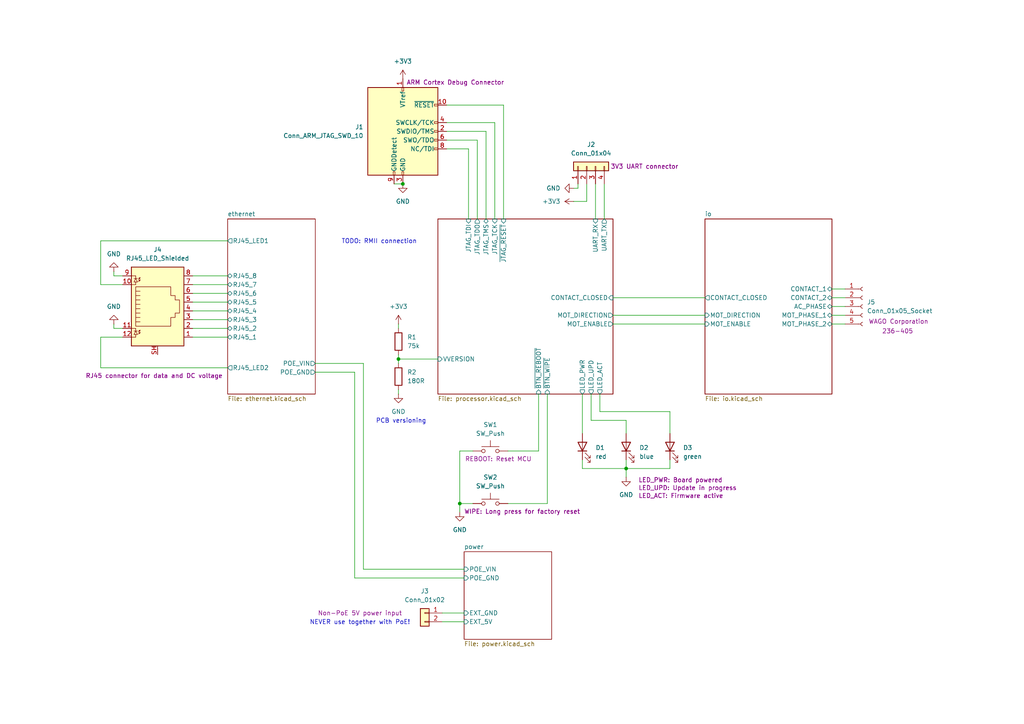
<source format=kicad_sch>
(kicad_sch (version 20250114) (generator "eeschema") (generator_version "9.0")
  (paper "A4")
  (title_block (title "iot-contact"))
  (lib_symbols
    (symbol "Connector:Conn_01x05_Socket" (pin_names (offset 1.016) (hide yes))
      (property "Reference" "J" (at 0 7.62 0))
      (property "Value" "Conn_01x05_Socket" (at 0 -7.62 0))
      (symbol "Conn_01x05_Socket_1_1"
        (polyline (pts (xy -1.27 5.08) (xy -0.508 5.08)) (stroke (width 0.1524)))
        (polyline (pts (xy -1.27 2.54) (xy -0.508 2.54)) (stroke (width 0.1524)))
        (polyline (pts (xy -1.27 0) (xy -0.508 0)) (stroke (width 0.1524)))
        (polyline (pts (xy -1.27 -2.54) (xy -0.508 -2.54)) (stroke (width 0.1524)))
        (polyline (pts (xy -1.27 -5.08) (xy -0.508 -5.08)) (stroke (width 0.1524)))
        (arc (start 0 4.572) (mid -0.5058 5.08) (end 0 5.588) (stroke (width 0.1524)))
        (arc (start 0 2.032) (mid -0.5058 2.54) (end 0 3.048) (stroke (width 0.1524)))
        (arc (start 0 -0.508) (mid -0.5058 0) (end 0 0.508) (stroke (width 0.1524)))
        (arc (start 0 -3.048) (mid -0.5058 -2.54) (end 0 -2.032) (stroke (width 0.1524)))
        (arc (start 0 -5.588) (mid -0.5058 -5.08) (end 0 -4.572) (stroke (width 0.1524)))
        (pin passive line (at -5.08 5.08 0) (length 3.81) (name "Pin_1") (number "1"))
        (pin passive line (at -5.08 2.54 0) (length 3.81) (name "Pin_2") (number "2"))
        (pin passive line (at -5.08 0 0) (length 3.81) (name "Pin_3") (number "3"))
        (pin passive line (at -5.08 -2.54 0) (length 3.81) (name "Pin_4") (number "4"))
        (pin passive line (at -5.08 -5.08 0) (length 3.81) (name "Pin_5") (number "5"))
      )
    )
    (symbol "Connector:Conn_ARM_JTAG_SWD_10" (pin_names (offset 1.016))
      (property "Reference" "J" (at -2.54 16.51 0))
      (property "Value" "Conn_ARM_JTAG_SWD_10" (at -2.54 13.97 0))
      (symbol "Conn_ARM_JTAG_SWD_10_0_1"
        (rectangle (start -10.16 12.7) (end 10.16 -12.7) (stroke (width 0.254)) (fill (type background)))
        (rectangle (start -2.794 -12.7) (end -2.286 -11.684))
        (rectangle (start -0.254 12.7) (end 0.254 11.684))
        (rectangle (start -0.254 -12.7) (end 0.254 -11.684))
        (rectangle (start 9.144 2.286) (end 10.16 2.794))
        (rectangle (start 10.16 7.874) (end 9.144 7.366))
        (rectangle (start 10.16 -0.254) (end 9.144 0.254))
        (rectangle (start 10.16 -2.794) (end 9.144 -2.286))
      )
      (symbol "Conn_ARM_JTAG_SWD_10_1_1"
        (rectangle (start 9.144 -5.334) (end 10.16 -4.826))
        (pin no_connect line (at -10.16 0 0) (length 2.54) (hide yes) (name "KEY") (number "7"))
        (pin passive line (at -2.54 -15.24 90) (length 2.54) (name "GNDDetect") (number "9"))
        (pin power_in line (at 0 15.24 270) (length 2.54) (name "VTref") (number "1"))
        (pin power_in line (at 0 -15.24 90) (length 2.54) (name "GND") (number "3"))
        (pin passive line (at 0 -15.24 90) (length 2.54) (hide yes) (name "GND") (number "5"))
        (pin open_collector line (at 12.7 7.62 180) (length 2.54) (name "~{RESET}") (number "10"))
        (pin output line (at 12.7 2.54 180) (length 2.54) (name "SWCLK/TCK") (number "4"))
        (pin bidirectional line (at 12.7 0 180) (length 2.54) (name "SWDIO/TMS") (number "2"))
        (pin input line (at 12.7 -2.54 180) (length 2.54) (name "SWO/TDO") (number "6"))
        (pin output line (at 12.7 -5.08 180) (length 2.54) (name "NC/TDI") (number "8"))
      )
    )
    (symbol "Connector:RJ45_LED_Shielded" (pin_names (offset 1.016))
      (property "Reference" "J" (at -5.08 13.97 0))
      (property "Value" "RJ45_LED_Shielded" (at 1.27 13.97 0))
      (symbol "RJ45_LED_Shielded_0_1"
        (polyline (pts (xy -7.62 10.16) (xy -6.35 10.16)))
        (polyline (pts (xy -7.62 7.62) (xy -6.35 7.62)))
        (polyline (pts (xy -7.62 -5.08) (xy -6.35 -5.08)))
        (polyline (pts (xy -7.62 -7.62) (xy -6.35 -7.62)))
        (polyline (pts (xy -6.858 9.398) (xy -5.842 9.398)))
        (polyline (pts (xy -6.858 -5.842) (xy -5.842 -5.842)))
        (polyline (pts (xy -6.35 10.16) (xy -6.35 9.398)))
        (polyline (pts (xy -6.35 9.398) (xy -6.858 8.382) (xy -5.842 8.382) (xy -6.35 9.398)))
        (polyline (pts (xy -6.35 7.62) (xy -6.35 8.382)))
        (polyline (pts (xy -6.35 1.905) (xy -5.08 1.905) (xy -5.08 1.905)))
        (polyline (pts (xy -6.35 0.635) (xy -5.08 0.635) (xy -5.08 0.635)))
        (polyline (pts (xy -6.35 -0.635) (xy -5.08 -0.635) (xy -5.08 -0.635)))
        (polyline (pts (xy -6.35 -1.905) (xy -5.08 -1.905) (xy -5.08 -1.905)))
        (polyline (pts (xy -6.35 -3.175) (xy -5.08 -3.175) (xy -5.08 -3.175)))
        (polyline (pts (xy -6.35 -4.445) (xy -6.35 6.985) (xy 3.81 6.985) (xy 3.81 4.445) (xy 5.08 4.445) (xy 5.08 3.175) (xy 6.35 3.175) (xy 6.35 -0.635) (xy 5.08 -0.635) (xy 5.08 -1.905) (xy 3.81 -1.905) (xy 3.81 -4.445) (xy -6.35 -4.445) (xy -6.35 -4.445)))
        (polyline (pts (xy -6.35 -5.08) (xy -6.35 -5.842)))
        (polyline (pts (xy -6.35 -5.842) (xy -6.858 -6.858) (xy -5.842 -6.858) (xy -6.35 -5.842)))
        (polyline (pts (xy -6.35 -7.62) (xy -6.35 -6.858)))
        (polyline (pts (xy -5.588 9.144) (xy -5.08 9.652) (xy -5.461 9.525)))
        (polyline (pts (xy -5.588 8.509) (xy -5.08 9.017) (xy -5.461 8.89)))
        (polyline (pts (xy -5.588 -6.096) (xy -5.08 -5.588) (xy -5.461 -5.715)))
        (polyline (pts (xy -5.588 -6.731) (xy -5.08 -6.223) (xy -5.461 -6.35)))
        (polyline (pts (xy -5.08 9.652) (xy -5.207 9.271)))
        (polyline (pts (xy -5.08 9.017) (xy -5.207 8.636)))
        (polyline (pts (xy -5.08 5.715) (xy -6.35 5.715)))
        (polyline (pts (xy -5.08 4.445) (xy -6.35 4.445)))
        (polyline (pts (xy -5.08 3.175) (xy -6.35 3.175) (xy -6.35 3.175)))
        (polyline (pts (xy -5.08 -5.588) (xy -5.207 -5.969)))
        (polyline (pts (xy -5.08 -6.223) (xy -5.207 -6.604)))
        (rectangle (start 7.62 12.7) (end -7.62 -10.16) (stroke (width 0.254)) (fill (type background)))
      )
      (symbol "RJ45_LED_Shielded_1_1"
        (pin passive line (at -10.16 10.16 0) (length 2.54) (name "~") (number "9"))
        (pin passive line (at -10.16 7.62 0) (length 2.54) (name "~") (number "10"))
        (pin passive line (at -10.16 -5.08 0) (length 2.54) (name "~") (number "11"))
        (pin passive line (at -10.16 -7.62 0) (length 2.54) (name "~") (number "12"))
        (pin passive line (at 0 -12.7 90) (length 2.54) (name "~") (number "SH"))
        (pin passive line (at 10.16 10.16 180) (length 2.54) (name "~") (number "8"))
        (pin passive line (at 10.16 7.62 180) (length 2.54) (name "~") (number "7"))
        (pin passive line (at 10.16 5.08 180) (length 2.54) (name "~") (number "6"))
        (pin passive line (at 10.16 2.54 180) (length 2.54) (name "~") (number "5"))
        (pin passive line (at 10.16 0 180) (length 2.54) (name "~") (number "4"))
        (pin passive line (at 10.16 -2.54 180) (length 2.54) (name "~") (number "3"))
        (pin passive line (at 10.16 -5.08 180) (length 2.54) (name "~") (number "2"))
        (pin passive line (at 10.16 -7.62 180) (length 2.54) (name "~") (number "1"))
      )
    )
    (symbol "Connector_Generic:Conn_01x02" (pin_names (offset 1.016) (hide yes))
      (property "Reference" "J" (at 0 2.54 0))
      (property "Value" "Conn_01x02" (at 0 -5.08 0))
      (symbol "Conn_01x02_1_1"
        (rectangle (start -1.27 1.27) (end 1.27 -3.81) (stroke (width 0.254)) (fill (type background)))
        (rectangle (start -1.27 0.127) (end 0 -0.127) (stroke (width 0.1524)))
        (rectangle (start -1.27 -2.413) (end 0 -2.667) (stroke (width 0.1524)))
        (pin passive line (at -5.08 0 0) (length 3.81) (name "Pin_1") (number "1"))
        (pin passive line (at -5.08 -2.54 0) (length 3.81) (name "Pin_2") (number "2"))
      )
    )
    (symbol "Connector_Generic:Conn_01x04" (pin_names (offset 1.016) (hide yes))
      (property "Reference" "J" (at 0 5.08 0))
      (property "Value" "Conn_01x04" (at 0 -7.62 0))
      (symbol "Conn_01x04_1_1"
        (rectangle (start -1.27 3.81) (end 1.27 -6.35) (stroke (width 0.254)) (fill (type background)))
        (rectangle (start -1.27 2.667) (end 0 2.413) (stroke (width 0.1524)))
        (rectangle (start -1.27 0.127) (end 0 -0.127) (stroke (width 0.1524)))
        (rectangle (start -1.27 -2.413) (end 0 -2.667) (stroke (width 0.1524)))
        (rectangle (start -1.27 -4.953) (end 0 -5.207) (stroke (width 0.1524)))
        (pin passive line (at -5.08 2.54 0) (length 3.81) (name "Pin_1") (number "1"))
        (pin passive line (at -5.08 0 0) (length 3.81) (name "Pin_2") (number "2"))
        (pin passive line (at -5.08 -2.54 0) (length 3.81) (name "Pin_3") (number "3"))
        (pin passive line (at -5.08 -5.08 0) (length 3.81) (name "Pin_4") (number "4"))
      )
    )
    (symbol "Device:LED" (pin_numbers (hide yes)) (pin_names (offset 1.016) (hide yes))
      (property "Reference" "D" (at 0 2.54 0))
      (property "Value" "LED" (at 0 -2.54 0))
      (symbol "LED_0_1"
        (polyline (pts (xy -3.048 -0.762) (xy -4.572 -2.286) (xy -3.81 -2.286) (xy -4.572 -2.286) (xy -4.572 -1.524)))
        (polyline (pts (xy -1.778 -0.762) (xy -3.302 -2.286) (xy -2.54 -2.286) (xy -3.302 -2.286) (xy -3.302 -1.524)))
        (polyline (pts (xy -1.27 0) (xy 1.27 0)))
        (polyline (pts (xy -1.27 -1.27) (xy -1.27 1.27)) (stroke (width 0.254)))
        (polyline (pts (xy 1.27 -1.27) (xy 1.27 1.27) (xy -1.27 0) (xy 1.27 -1.27)) (stroke (width 0.254)))
      )
      (symbol "LED_1_1"
        (pin passive line (at -3.81 0 0) (length 2.54) (name "K") (number "1"))
        (pin passive line (at 3.81 0 180) (length 2.54) (name "A") (number "2"))
      )
    )
    (symbol "Device:R" (pin_numbers (hide yes)) (pin_names (offset 0))
      (property "Reference" "R" (at 2.032 0 90))
      (property "Value" "R" (at 0 0 90))
      (symbol "R_0_1"
        (rectangle (start -1.016 -2.54) (end 1.016 2.54) (stroke (width 0.254)))
      )
      (symbol "R_1_1"
        (pin passive line (at 0 3.81 270) (length 1.27) (name "~") (number "1"))
        (pin passive line (at 0 -3.81 90) (length 1.27) (name "~") (number "2"))
      )
    )
    (symbol "Switch:SW_Push" (pin_numbers (hide yes)) (pin_names (offset 1.016) (hide yes))
      (property "Reference" "SW" (at 1.27 2.54 0))
      (property "Value" "SW_Push" (at 0 -1.524 0))
      (symbol "SW_Push_0_1"
        (circle (center -2.032 0) (radius 0.508))
        (polyline (pts (xy 0 1.27) (xy 0 3.048)))
        (circle (center 2.032 0) (radius 0.508))
        (polyline (pts (xy 2.54 1.27) (xy -2.54 1.27)))
        (pin passive line (at -5.08 0 0) (length 2.54) (name "1") (number "1"))
        (pin passive line (at 5.08 0 180) (length 2.54) (name "2") (number "2"))
      )
    )
    (symbol "power:+3V3" (power) (pin_numbers (hide yes)) (pin_names (offset 0) (hide yes))
      (property "Value" "+3V3" (at 0 3.556 0))
      (symbol "+3V3_0_1"
        (polyline (pts (xy -0.762 1.27) (xy 0 2.54)))
        (polyline (pts (xy 0 2.54) (xy 0.762 1.27)))
        (polyline (pts (xy 0 0) (xy 0 2.54)))
      )
      (symbol "+3V3_1_1"
        (pin power_in line (at 0 0 90) (length 0) (name "~") (number "1"))
      )
    )
    (symbol "power:GND" (power) (pin_numbers (hide yes)) (pin_names (offset 0) (hide yes))
      (property "Value" "GND" (at 0 -3.81 0))
      (symbol "GND_0_1"
        (polyline (pts (xy 0 0) (xy 0 -1.27) (xy 1.27 -1.27) (xy 0 -2.54) (xy -1.27 -1.27) (xy 0 -1.27)))
      )
      (symbol "GND_1_1"
        (pin power_in line (at 0 0 270) (length 0) (name "~") (number "1"))
      )
    )
  )
  (text "NEVER use together with PoE!" (at 104.394 180.594 0) (effects (font (size 1.27 1.27))))
  (text "PCB versioning" (at 116.332 122.174 0) (effects (font (size 1.27 1.27))))
  (text "TODO: RMII connection" (at 109.982 70.104 0) (effects (font (size 1.27 1.27))))
  (junction (at 181.61 135.89))
  (junction (at 133.35 146.05))
  (junction (at 115.57 104.14))
  (junction (at 116.84 53.34))
  (wire (pts (xy 181.61 135.89) (xy 181.61 138.43)))
  (wire (pts (xy 138.43 40.64) (xy 138.43 63.5)))
  (wire (pts (xy 241.3 93.98) (xy 245.11 93.98)))
  (wire (pts (xy 29.21 82.55) (xy 35.56 82.55)))
  (wire (pts (xy 181.61 133.35) (xy 181.61 135.89)))
  (wire (pts (xy 115.57 102.87) (xy 115.57 104.14)))
  (wire (pts (xy 55.88 80.01) (xy 66.04 80.01)))
  (wire (pts (xy 33.02 80.01) (xy 35.56 80.01)))
  (wire (pts (xy 105.41 165.1) (xy 134.62 165.1)))
  (wire (pts (xy 170.18 58.42) (xy 166.37 58.42)))
  (wire (pts (xy 102.87 107.95) (xy 102.87 167.64)))
  (wire (pts (xy 105.41 105.41) (xy 105.41 165.1)))
  (wire (pts (xy 129.54 35.56) (xy 143.51 35.56)))
  (wire (pts (xy 181.61 121.92) (xy 181.61 125.73)))
  (wire (pts (xy 177.8 86.36) (xy 204.47 86.36)))
  (wire (pts (xy 129.54 30.48) (xy 146.05 30.48)))
  (wire (pts (xy 146.05 30.48) (xy 146.05 63.5)))
  (wire (pts (xy 156.21 114.3) (xy 156.21 130.81)))
  (wire (pts (xy 133.35 130.81) (xy 133.35 146.05)))
  (wire (pts (xy 158.75 114.3) (xy 158.75 146.05)))
  (wire (pts (xy 55.88 85.09) (xy 66.04 85.09)))
  (wire (pts (xy 168.91 135.89) (xy 181.61 135.89)))
  (wire (pts (xy 33.02 93.98) (xy 33.02 95.25)))
  (wire (pts (xy 241.3 91.44) (xy 245.11 91.44)))
  (wire (pts (xy 114.3 53.34) (xy 116.84 53.34)))
  (wire (pts (xy 168.91 114.3) (xy 168.91 125.73)))
  (wire (pts (xy 173.99 114.3) (xy 173.99 119.38)))
  (wire (pts (xy 129.54 40.64) (xy 138.43 40.64)))
  (wire (pts (xy 137.16 146.05) (xy 133.35 146.05)))
  (wire (pts (xy 133.35 146.05) (xy 133.35 148.59)))
  (wire (pts (xy 166.37 54.61) (xy 167.64 54.61)))
  (wire (pts (xy 115.57 104.14) (xy 115.57 105.41)))
  (wire (pts (xy 241.3 83.82) (xy 245.11 83.82)))
  (wire (pts (xy 115.57 104.14) (xy 127 104.14)))
  (wire (pts (xy 115.57 113.03) (xy 115.57 114.3)))
  (wire (pts (xy 170.18 53.34) (xy 170.18 58.42)))
  (wire (pts (xy 241.3 86.36) (xy 245.11 86.36)))
  (wire (pts (xy 91.44 107.95) (xy 102.87 107.95)))
  (wire (pts (xy 129.54 43.18) (xy 135.89 43.18)))
  (wire (pts (xy 55.88 82.55) (xy 66.04 82.55)))
  (wire (pts (xy 241.3 88.9) (xy 245.11 88.9)))
  (wire (pts (xy 115.57 93.98) (xy 115.57 95.25)))
  (wire (pts (xy 55.88 97.79) (xy 66.04 97.79)))
  (wire (pts (xy 167.64 54.61) (xy 167.64 53.34)))
  (wire (pts (xy 140.97 38.1) (xy 140.97 63.5)))
  (wire (pts (xy 33.02 78.74) (xy 33.02 80.01)))
  (wire (pts (xy 173.99 119.38) (xy 194.31 119.38)))
  (wire (pts (xy 194.31 119.38) (xy 194.31 125.73)))
  (wire (pts (xy 194.31 133.35) (xy 194.31 135.89)))
  (wire (pts (xy 177.8 91.44) (xy 204.47 91.44)))
  (wire (pts (xy 194.31 135.89) (xy 181.61 135.89)))
  (wire (pts (xy 29.21 97.79) (xy 35.56 97.79)))
  (wire (pts (xy 168.91 133.35) (xy 168.91 135.89)))
  (wire (pts (xy 158.75 146.05) (xy 147.32 146.05)))
  (wire (pts (xy 143.51 35.56) (xy 143.51 63.5)))
  (wire (pts (xy 172.72 53.34) (xy 172.72 63.5)))
  (wire (pts (xy 171.45 114.3) (xy 171.45 121.92)))
  (wire (pts (xy 55.88 87.63) (xy 66.04 87.63)))
  (wire (pts (xy 129.54 38.1) (xy 140.97 38.1)))
  (wire (pts (xy 135.89 43.18) (xy 135.89 63.5)))
  (wire (pts (xy 171.45 121.92) (xy 181.61 121.92)))
  (wire (pts (xy 55.88 95.25) (xy 66.04 95.25)))
  (wire (pts (xy 128.27 177.8) (xy 134.62 177.8)))
  (wire (pts (xy 137.16 130.81) (xy 133.35 130.81)))
  (wire (pts (xy 128.27 180.34) (xy 134.62 180.34)))
  (wire (pts (xy 177.8 93.98) (xy 204.47 93.98)))
  (wire (pts (xy 175.26 53.34) (xy 175.26 63.5)))
  (wire (pts (xy 29.21 69.85) (xy 29.21 82.55)))
  (wire (pts (xy 156.21 130.81) (xy 147.32 130.81)))
  (wire (pts (xy 91.44 105.41) (xy 105.41 105.41)))
  (wire (pts (xy 55.88 90.17) (xy 66.04 90.17)))
  (wire (pts (xy 102.87 167.64) (xy 134.62 167.64)))
  (wire (pts (xy 33.02 95.25) (xy 35.56 95.25)))
  (wire (pts (xy 55.88 92.71) (xy 66.04 92.71)))
  (wire (pts (xy 29.21 106.68) (xy 29.21 97.79)))
  (wire (pts (xy 66.04 69.85) (xy 29.21 69.85)))
  (wire (pts (xy 66.04 106.68) (xy 29.21 106.68)))
  (symbol (lib_id "power:GND") (at 33.02 93.98 180) (unit 1)
    (property "Reference" "#PWR08" (effects (hide yes)))
    (property "Value" "GND" (at 33.02 88.9 0))
    (property "Description" "Power symbol creates a global label with name \"GND\" , ground" (effects (hide yes)))
  )
  (symbol (lib_id "Switch:SW_Push") (at 142.24 130.81 0) (mirror y) (unit 1)
    (property "Reference" "SW1" (at 142.24 123.19 0))
    (property "Value" "SW_Push" (at 142.24 125.73 0))
    (property "Footprint" "Button_Switch_SMD:SW_SPST_TL3305B" (effects (hide yes)))
    (property "Datasheet" "https://www.e-switch.com/wp-content/uploads/2024/08/TL3305.pdf" (effects (hide yes)))
    (property "Description" "REBOOT: Reset MCU" (at 134.874 133.096 0) (effects (justify right)))
    (property "MPN" "TL3305BF260QG" (effects (hide yes)))
    (property "Manufacturer" "E-Switch" (effects (hide yes)))
  )
  (symbol (lib_id "Connector:RJ45_LED_Shielded") (at 45.72 90.17 0) (unit 1)
    (property "Reference" "J4" (at 45.72 72.39 0))
    (property "Value" "RJ45_LED_Shielded" (at 45.72 74.93 0))
    (property "Footprint" "Connector_RJ:RJ45_BEL_SS74301-00x_Vertical" (effects (hide yes)))
    (property "Datasheet" "https://www.cinch.com/media/datasheets/products/ethernet-usb/ds-stw-2.5g-connectors.pdf" (effects (hide yes)))
    (property "Description" "RJ45 connector for data and DC voltage" (at 44.704 108.966 0))
    (property "MPN" "SS-74301-001" (effects (hide yes)))
    (property "Manufacturer" "Stewart Connector" (effects (hide yes)))
  )
  (symbol (lib_id "Device:R") (at 115.57 109.22 0) (unit 1)
    (property "Reference" "R2" (at 118.11 107.9499 0) (effects (justify left)))
    (property "Value" "180R" (at 118.11 110.4899 0) (effects (justify left)))
    (property "Description" "Resistor" (effects (hide yes)))
  )
  (symbol (lib_id "Switch:SW_Push") (at 142.24 146.05 0) (mirror y) (unit 1)
    (property "Reference" "SW2" (at 142.24 138.43 0))
    (property "Value" "SW_Push" (at 142.24 140.97 0))
    (property "Footprint" "Button_Switch_SMD:SW_SPST_TL3305B" (effects (hide yes)))
    (property "Datasheet" "https://www.e-switch.com/wp-content/uploads/2024/08/TL3305.pdf" (effects (hide yes)))
    (property "Description" "WIPE: Long press for factory reset" (at 134.62 148.336 0) (effects (justify right)))
    (property "MPN" "TL3305BF260QG" (effects (hide yes)))
    (property "Manufacturer" "E-Switch" (effects (hide yes)))
  )
  (symbol (lib_id "Device:R") (at 115.57 99.06 0) (unit 1)
    (property "Reference" "R1" (at 118.11 97.7899 0) (effects (justify left)))
    (property "Value" "75k" (at 118.11 100.3299 0) (effects (justify left)))
    (property "Description" "Resistor" (effects (hide yes)))
  )
  (symbol (lib_id "Device:LED") (at 181.61 129.54 90) (unit 1)
    (property "Reference" "D2" (at 185.42 129.8574 90) (effects (justify right)))
    (property "Value" "blue" (at 185.42 132.3974 90) (effects (justify right)))
    (property "Footprint" "LED_SMD:LED_1206_3216Metric" (effects (hide yes)))
    (property "Datasheet" "https://s3-us-west-2.amazonaws.com/catsy.557/Dialight_CBI_data_598-1206_Apr2018.pdf" (effects (hide yes)))
    (property "Description" "LED_UPD: Update in progress" (at 185.166 141.478 90) (effects (justify right)))
    (property "MPN" "598-8291-107F" (effects (hide yes)))
    (property "Manufacturer" "Dialight" (effects (hide yes)))
  )
  (symbol (lib_id "Connector_Generic:Conn_01x04") (at 170.18 48.26 90) (unit 1)
    (property "Reference" "J2" (at 171.45 41.91 90))
    (property "Value" "Conn_01x04" (at 171.45 44.45 90))
    (property "Footprint" "Connector_PinHeader_2.54mm:PinHeader_1x04_P2.54mm_Vertical" (effects (hide yes)))
    (property "Description" "3V3 UART connector" (at 186.944 48.26 90))
  )
  (symbol (lib_id "Connector:Conn_ARM_JTAG_SWD_10") (at 116.84 38.1 0) (unit 1)
    (property "Reference" "J1" (at 105.41 36.8299 0) (effects (justify right)))
    (property "Value" "Conn_ARM_JTAG_SWD_10" (at 105.41 39.3699 0) (effects (justify right)))
    (property "Datasheet" "https://mm.digikey.com/Volume0/opasdata/d220001/medias/docus/6209/ftsh-1xx-xx-xxx-dv-xxx-xxx-x-xx-mkt.pdf" (effects (hide yes)))
    (property "Description" "ARM Cortex Debug Connector" (at 132.08 23.876 0))
    (property "MPN" "FTSH-105-01-L-DV-007-K-TR" (effects (hide yes)))
    (property "Manufacturer" "samtec" (effects (hide yes)))
  )
  (symbol (lib_id "Connector_Generic:Conn_01x02") (at 123.19 177.8 0) (mirror y) (unit 1)
    (property "Reference" "J3" (at 123.19 171.45 0))
    (property "Value" "Conn_01x02" (at 123.19 173.99 0))
    (property "Footprint" "Connector_PinHeader_2.54mm:PinHeader_1x02_P2.54mm_Vertical" (effects (hide yes)))
    (property "Description" "Non-PoE 5V power input" (at 104.394 177.8 0))
  )
  (symbol (lib_id "power:GND") (at 133.35 148.59 0) (unit 1)
    (property "Reference" "#PWR04" (effects (hide yes)))
    (property "Value" "GND" (at 133.35 153.67 0))
    (property "Description" "Power symbol creates a global label with name \"GND\" , ground" (effects (hide yes)))
  )
  (symbol (lib_id "Connector:Conn_01x05_Socket") (at 250.19 88.9 0) (unit 1)
    (property "Reference" "J5" (at 251.46 87.6299 0) (effects (justify left)))
    (property "Value" "Conn_01x05_Socket" (at 251.46 90.1699 0) (effects (justify left)))
    (property "Footprint" "TerminalBlock_WAGO:TerminalBlock_WAGO_236-405_1x05_P5.00mm_45Degree" (effects (hide yes)))
    (property "Description" "Generic connector, single row, 01x05, script generated" (effects (hide yes)))
    (property "MPN" "236-405" (at 260.35 96.012 0))
    (property "Manufacturer" "WAGO Corporation" (at 260.604 93.218 0))
  )
  (symbol (lib_id "power:+3V3") (at 166.37 58.42 90) (unit 1)
    (property "Reference" "#PWR06" (effects (hide yes)))
    (property "Value" "+3V3" (at 162.56 58.4199 90) (effects (justify left)))
    (property "Description" "Power symbol creates a global label with name \"+3V3\"" (effects (hide yes)))
  )
  (symbol (lib_id "Device:LED") (at 194.31 129.54 90) (unit 1)
    (property "Reference" "D3" (at 198.12 129.8574 90) (effects (justify right)))
    (property "Value" "green" (at 198.12 132.3974 90) (effects (justify right)))
    (property "Footprint" "LED_SMD:LED_1206_3216Metric" (effects (hide yes)))
    (property "Datasheet" "https://s3-us-west-2.amazonaws.com/catsy.557/Dialight_CBI_data_598-1206_Apr2018.pdf" (effects (hide yes)))
    (property "Description" "LED_ACT: Firmware active" (at 185.166 143.764 90) (effects (justify right)))
    (property "MPN" "598-8270-107F" (effects (hide yes)))
    (property "Manufacturer" "Dialight" (effects (hide yes)))
  )
  (symbol (lib_id "power:GND") (at 116.84 53.34 0) (unit 1)
    (property "Reference" "#PWR02" (effects (hide yes)))
    (property "Value" "GND" (at 116.84 58.42 0))
    (property "Description" "Power symbol creates a global label with name \"GND\" , ground" (effects (hide yes)))
  )
  (symbol (lib_id "power:+3V3") (at 115.57 93.98 0) (unit 1)
    (property "Reference" "#PWR09" (effects (hide yes)))
    (property "Value" "+3V3" (at 115.57 88.9 0))
    (property "Description" "Power symbol creates a global label with name \"+3V3\"" (effects (hide yes)))
  )
  (symbol (lib_id "power:GND") (at 181.61 138.43 0) (unit 1)
    (property "Reference" "#PWR03" (effects (hide yes)))
    (property "Value" "GND" (at 181.61 143.51 0))
    (property "Description" "Power symbol creates a global label with name \"GND\" , ground" (effects (hide yes)))
  )
  (symbol (lib_id "power:GND") (at 166.37 54.61 270) (unit 1)
    (property "Reference" "#PWR05" (effects (hide yes)))
    (property "Value" "GND" (at 162.56 54.6099 90) (effects (justify right)))
    (property "Description" "Power symbol creates a global label with name \"GND\" , ground" (effects (hide yes)))
  )
  (symbol (lib_id "power:GND") (at 115.57 114.3 0) (unit 1)
    (property "Reference" "#PWR010" (effects (hide yes)))
    (property "Value" "GND" (at 115.57 119.38 0))
    (property "Description" "Power symbol creates a global label with name \"GND\" , ground" (effects (hide yes)))
  )
  (symbol (lib_id "power:+3V3") (at 116.84 22.86 0) (unit 1)
    (property "Reference" "#PWR01" (effects (hide yes)))
    (property "Value" "+3V3" (at 116.84 17.78 0))
    (property "Description" "Power symbol creates a global label with name \"+3V3\"" (effects (hide yes)))
  )
  (symbol (lib_id "Device:LED") (at 168.91 129.54 90) (unit 1)
    (property "Reference" "D1" (at 172.72 129.8574 90) (effects (justify right)))
    (property "Value" "red" (at 172.72 132.3974 90) (effects (justify right)))
    (property "Footprint" "LED_SMD:LED_1206_3216Metric" (effects (hide yes)))
    (property "Datasheet" "https://s3-us-west-2.amazonaws.com/catsy.557/Dialight_CBI_data_598-1206_Apr2018.pdf" (effects (hide yes)))
    (property "Description" "LED_PWR: Board powered" (at 185.166 139.192 90) (effects (justify right)))
    (property "MPN" "598-8210-107F" (effects (hide yes)))
    (property "Manufacturer" "Dialight" (effects (hide yes)))
  )
  (symbol (lib_id "power:GND") (at 33.02 78.74 180) (unit 1)
    (property "Reference" "#PWR07" (effects (hide yes)))
    (property "Value" "GND" (at 33.02 73.66 0))
    (property "Description" "Power symbol creates a global label with name \"GND\" , ground" (effects (hide yes)))
  )
  (sheet (at 66.04 63.5) (size 25.4 50.8) (stroke (width 0.1524))
    (property "Sheetname" "ethernet" (at 66.04 62.7884 0) (effects (justify left bottom)))
    (property "Sheetfile" "ethernet.kicad_sch" (at 66.04 114.8846 0) (effects (justify left top)))
    (pin "RJ45_1" bidirectional (at 66.04 97.79 180))
    (pin "RJ45_2" bidirectional (at 66.04 95.25 180))
    (pin "RJ45_3" bidirectional (at 66.04 92.71 180))
    (pin "RJ45_4" bidirectional (at 66.04 90.17 180))
    (pin "RJ45_5" bidirectional (at 66.04 87.63 180))
    (pin "RJ45_6" bidirectional (at 66.04 85.09 180))
    (pin "RJ45_7" bidirectional (at 66.04 82.55 180))
    (pin "RJ45_8" bidirectional (at 66.04 80.01 180))
    (pin "RJ45_LED1" output (at 66.04 69.85 180))
    (pin "RJ45_LED2" output (at 66.04 106.68 180))
    (pin "POE_GND" output (at 91.44 107.95 0))
    (pin "POE_VIN" output (at 91.44 105.41 0))
  )
  (sheet (at 204.47 63.5) (size 36.83 50.8) (stroke (width 0.1524))
    (property "Sheetname" "io" (at 204.47 62.7884 0) (effects (justify left bottom)))
    (property "Sheetfile" "io.kicad_sch" (at 204.47 114.8846 0) (effects (justify left top)))
    (pin "AC_PHASE" bidirectional (at 241.3 88.9 0))
    (pin "MOT_PHASE_1" bidirectional (at 241.3 91.44 0))
    (pin "MOT_PHASE_2" bidirectional (at 241.3 93.98 0))
    (pin "CONTACT_1" bidirectional (at 241.3 83.82 0))
    (pin "CONTACT_2" bidirectional (at 241.3 86.36 0))
    (pin "MOT_DIRECTION" input (at 204.47 91.44 180))
    (pin "MOT_ENABLE" input (at 204.47 93.98 180))
    (pin "CONTACT_CLOSED" output (at 204.47 86.36 180))
  )
  (sheet (at 127 63.5) (size 50.8 50.8) (stroke (width 0.1524))
    (property "Sheetname" "processor" (effects (hide yes)))
    (property "Sheetfile" "processor.kicad_sch" (at 127 114.8846 0) (effects (justify left top)))
    (pin "JTAG_TDI" input (at 135.89 63.5 90))
    (pin "JTAG_TDO" output (at 138.43 63.5 90))
    (pin "~{JTAG_RESET}" input (at 146.05 63.5 90))
    (pin "JTAG_TMS" bidirectional (at 140.97 63.5 90))
    (pin "JTAG_TCK" input (at 143.51 63.5 90))
    (pin "UART_RX" input (at 172.72 63.5 90))
    (pin "UART_TX" output (at 175.26 63.5 90))
    (pin "LED_UPD" output (at 171.45 114.3 270))
    (pin "LED_PWR" output (at 168.91 114.3 270))
    (pin "LED_ACT" output (at 173.99 114.3 270))
    (pin "MOT_DIRECTION" output (at 177.8 91.44 0))
    (pin "MOT_ENABLE" output (at 177.8 93.98 0))
    (pin "CONTACT_CLOSED" input (at 177.8 86.36 0))
    (pin "VVERSION" input (at 127 104.14 180))
    (pin "~{BTN_REBOOT}" input (at 156.21 114.3 270))
    (pin "~{BTN_WIPE}" input (at 158.75 114.3 270))
  )
  (sheet (at 134.62 160.02) (size 25.4 25.4) (stroke (width 0.1524))
    (property "Sheetname" "power" (at 134.62 159.3084 0) (effects (justify left bottom)))
    (property "Sheetfile" "power.kicad_sch" (at 134.62 186.0046 0) (effects (justify left top)))
    (pin "EXT_5V" input (at 134.62 180.34 180))
    (pin "EXT_GND" input (at 134.62 177.8 180))
    (pin "POE_VIN" input (at 134.62 165.1 180))
    (pin "POE_GND" input (at 134.62 167.64 180))
  )
)
</source>
